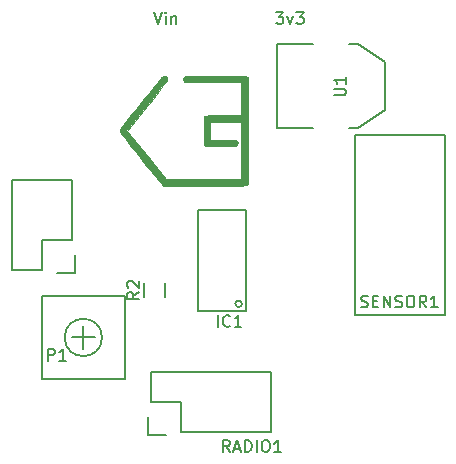
<source format=gto>
G04 #@! TF.FileFunction,Legend,Top*
%FSLAX46Y46*%
G04 Gerber Fmt 4.6, Leading zero omitted, Abs format (unit mm)*
G04 Created by KiCad (PCBNEW 4.0.4+e1-6308~48~ubuntu16.04.1-stable) date Tue Dec 13 09:27:16 2016*
%MOMM*%
%LPD*%
G01*
G04 APERTURE LIST*
%ADD10C,0.100000*%
%ADD11C,0.200000*%
%ADD12C,0.150000*%
%ADD13C,0.010000*%
G04 APERTURE END LIST*
D10*
D11*
X183476191Y-99452381D02*
X183809524Y-100452381D01*
X184142858Y-99452381D01*
X184476191Y-100452381D02*
X184476191Y-99785714D01*
X184476191Y-99452381D02*
X184428572Y-99500000D01*
X184476191Y-99547619D01*
X184523810Y-99500000D01*
X184476191Y-99452381D01*
X184476191Y-99547619D01*
X184952381Y-99785714D02*
X184952381Y-100452381D01*
X184952381Y-99880952D02*
X185000000Y-99833333D01*
X185095238Y-99785714D01*
X185238096Y-99785714D01*
X185333334Y-99833333D01*
X185380953Y-99928571D01*
X185380953Y-100452381D01*
X193809524Y-99452381D02*
X194428572Y-99452381D01*
X194095238Y-99833333D01*
X194238096Y-99833333D01*
X194333334Y-99880952D01*
X194380953Y-99928571D01*
X194428572Y-100023810D01*
X194428572Y-100261905D01*
X194380953Y-100357143D01*
X194333334Y-100404762D01*
X194238096Y-100452381D01*
X193952381Y-100452381D01*
X193857143Y-100404762D01*
X193809524Y-100357143D01*
X194761905Y-99785714D02*
X195000000Y-100452381D01*
X195238096Y-99785714D01*
X195523810Y-99452381D02*
X196142858Y-99452381D01*
X195809524Y-99833333D01*
X195952382Y-99833333D01*
X196047620Y-99880952D01*
X196095239Y-99928571D01*
X196142858Y-100023810D01*
X196142858Y-100261905D01*
X196095239Y-100357143D01*
X196047620Y-100404762D01*
X195952382Y-100452381D01*
X195666667Y-100452381D01*
X195571429Y-100404762D01*
X195523810Y-100357143D01*
D12*
X182625000Y-123600000D02*
X182625000Y-122400000D01*
X184375000Y-122400000D02*
X184375000Y-123600000D01*
X196976000Y-102194000D02*
X193928000Y-102194000D01*
X193928000Y-102194000D02*
X193928000Y-109306000D01*
X193928000Y-109306000D02*
X196976000Y-109306000D01*
X200024000Y-102194000D02*
X200786000Y-102194000D01*
X200786000Y-102194000D02*
X203072000Y-103718000D01*
X203072000Y-103718000D02*
X203072000Y-107782000D01*
X203072000Y-107782000D02*
X200786000Y-109306000D01*
X200786000Y-109306000D02*
X200024000Y-109306000D01*
D13*
G36*
X180587223Y-109464300D02*
X180607328Y-109414888D01*
X180645304Y-109346899D01*
X180704807Y-109255468D01*
X180789492Y-109135729D01*
X180903015Y-108982816D01*
X181049032Y-108791865D01*
X181231197Y-108558010D01*
X181453168Y-108276386D01*
X181718599Y-107942126D01*
X182031146Y-107550367D01*
X182279350Y-107240030D01*
X182578240Y-106867221D01*
X182864795Y-106511011D01*
X183134104Y-106177424D01*
X183381257Y-105872488D01*
X183601345Y-105602228D01*
X183789456Y-105372669D01*
X183940680Y-105189838D01*
X184050108Y-105059760D01*
X184112828Y-104988461D01*
X184120228Y-104980916D01*
X184253026Y-104877479D01*
X184368161Y-104848970D01*
X184482253Y-104892904D01*
X184520283Y-104921066D01*
X184562538Y-104956791D01*
X184594911Y-104992578D01*
X184614168Y-105033374D01*
X184617077Y-105084128D01*
X184600403Y-105149788D01*
X184560913Y-105235302D01*
X184495372Y-105345618D01*
X184400548Y-105485684D01*
X184273205Y-105660448D01*
X184110111Y-105874857D01*
X183908032Y-106133861D01*
X183663734Y-106442407D01*
X183373983Y-106805442D01*
X183035545Y-107227916D01*
X182911759Y-107382300D01*
X181214838Y-109498548D01*
X182856002Y-111551741D01*
X184497167Y-113604934D01*
X187682750Y-113605634D01*
X190868334Y-113606333D01*
X190868334Y-108738000D01*
X188243667Y-108738000D01*
X188243667Y-110262000D01*
X189341933Y-110262000D01*
X189674905Y-110262175D01*
X189933391Y-110263250D01*
X190127572Y-110266047D01*
X190267630Y-110271389D01*
X190363744Y-110280098D01*
X190426097Y-110292998D01*
X190464868Y-110310911D01*
X190490239Y-110334661D01*
X190506100Y-110356086D01*
X190566582Y-110500505D01*
X190542962Y-110638445D01*
X190485684Y-110719684D01*
X190458923Y-110746121D01*
X190427109Y-110766980D01*
X190380653Y-110782924D01*
X190309965Y-110794611D01*
X190205454Y-110802703D01*
X190057532Y-110807860D01*
X189856608Y-110810742D01*
X189593092Y-110812011D01*
X189257394Y-110812326D01*
X189140437Y-110812333D01*
X188771800Y-110811778D01*
X188478551Y-110809813D01*
X188251416Y-110805985D01*
X188081121Y-110799843D01*
X187958393Y-110790936D01*
X187873958Y-110778811D01*
X187818542Y-110763016D01*
X187787420Y-110746433D01*
X187759805Y-110725234D01*
X187738203Y-110698360D01*
X187721876Y-110656031D01*
X187710084Y-110588469D01*
X187702090Y-110485894D01*
X187697157Y-110338529D01*
X187694545Y-110136595D01*
X187693517Y-109870313D01*
X187693334Y-109529905D01*
X187693334Y-109500000D01*
X187693481Y-109153408D01*
X187694417Y-108881705D01*
X187696879Y-108675111D01*
X187701606Y-108523847D01*
X187709335Y-108418136D01*
X187720804Y-108348198D01*
X187736752Y-108304255D01*
X187757917Y-108276528D01*
X187785036Y-108255239D01*
X187787420Y-108253567D01*
X187822515Y-108235798D01*
X187877464Y-108221460D01*
X187960723Y-108210204D01*
X188080745Y-108201677D01*
X188245985Y-108195529D01*
X188464897Y-108191409D01*
X188745935Y-108188965D01*
X189097555Y-108187848D01*
X189374920Y-108187666D01*
X190868334Y-108187666D01*
X190868334Y-105393666D01*
X188479524Y-105393666D01*
X187964154Y-105393461D01*
X187526923Y-105392727D01*
X187161306Y-105391288D01*
X186860776Y-105388966D01*
X186618806Y-105385586D01*
X186428871Y-105380969D01*
X186284444Y-105374940D01*
X186178998Y-105367322D01*
X186106008Y-105357937D01*
X186058947Y-105346608D01*
X186031288Y-105333160D01*
X186024191Y-105327143D01*
X185954770Y-105204533D01*
X185955757Y-105066095D01*
X186025400Y-104940285D01*
X186049421Y-104917416D01*
X186072109Y-104902005D01*
X186105486Y-104888881D01*
X186156031Y-104877862D01*
X186230225Y-104868766D01*
X186334547Y-104861411D01*
X186475477Y-104855614D01*
X186659494Y-104851193D01*
X186893079Y-104847966D01*
X187182712Y-104845751D01*
X187534872Y-104844366D01*
X187956039Y-104843627D01*
X188452692Y-104843353D01*
X188683437Y-104843333D01*
X189218180Y-104843537D01*
X189674618Y-104844255D01*
X190059110Y-104845645D01*
X190378016Y-104847865D01*
X190637698Y-104851076D01*
X190844515Y-104855435D01*
X191004828Y-104861101D01*
X191124997Y-104868233D01*
X191211381Y-104876990D01*
X191270342Y-104887529D01*
X191308240Y-104900011D01*
X191324581Y-104909234D01*
X191418667Y-104975134D01*
X191418667Y-114024866D01*
X191324581Y-114090766D01*
X191300357Y-114102693D01*
X191260394Y-114113112D01*
X191199292Y-114122122D01*
X191111652Y-114129821D01*
X190992077Y-114136311D01*
X190835166Y-114141690D01*
X190635522Y-114146057D01*
X190387745Y-114149512D01*
X190086438Y-114152155D01*
X189726200Y-114154084D01*
X189301634Y-114155400D01*
X188807341Y-114156202D01*
X188237922Y-114156589D01*
X187746792Y-114156666D01*
X184263090Y-114156666D01*
X184120228Y-114019083D01*
X184069136Y-113962396D01*
X183970188Y-113845520D01*
X183828295Y-113674482D01*
X183648369Y-113455309D01*
X183435317Y-113194024D01*
X183194052Y-112896655D01*
X182929483Y-112569227D01*
X182646520Y-112217767D01*
X182350074Y-111848299D01*
X182279350Y-111759970D01*
X181931725Y-111325162D01*
X181633770Y-110951253D01*
X181381828Y-110633376D01*
X181172245Y-110366668D01*
X181001364Y-110146262D01*
X180865530Y-109967293D01*
X180761087Y-109824896D01*
X180684380Y-109714204D01*
X180631753Y-109630354D01*
X180599551Y-109568479D01*
X180584117Y-109523714D01*
X180581334Y-109500000D01*
X180587223Y-109464300D01*
X180587223Y-109464300D01*
G37*
X180587223Y-109464300D02*
X180607328Y-109414888D01*
X180645304Y-109346899D01*
X180704807Y-109255468D01*
X180789492Y-109135729D01*
X180903015Y-108982816D01*
X181049032Y-108791865D01*
X181231197Y-108558010D01*
X181453168Y-108276386D01*
X181718599Y-107942126D01*
X182031146Y-107550367D01*
X182279350Y-107240030D01*
X182578240Y-106867221D01*
X182864795Y-106511011D01*
X183134104Y-106177424D01*
X183381257Y-105872488D01*
X183601345Y-105602228D01*
X183789456Y-105372669D01*
X183940680Y-105189838D01*
X184050108Y-105059760D01*
X184112828Y-104988461D01*
X184120228Y-104980916D01*
X184253026Y-104877479D01*
X184368161Y-104848970D01*
X184482253Y-104892904D01*
X184520283Y-104921066D01*
X184562538Y-104956791D01*
X184594911Y-104992578D01*
X184614168Y-105033374D01*
X184617077Y-105084128D01*
X184600403Y-105149788D01*
X184560913Y-105235302D01*
X184495372Y-105345618D01*
X184400548Y-105485684D01*
X184273205Y-105660448D01*
X184110111Y-105874857D01*
X183908032Y-106133861D01*
X183663734Y-106442407D01*
X183373983Y-106805442D01*
X183035545Y-107227916D01*
X182911759Y-107382300D01*
X181214838Y-109498548D01*
X182856002Y-111551741D01*
X184497167Y-113604934D01*
X187682750Y-113605634D01*
X190868334Y-113606333D01*
X190868334Y-108738000D01*
X188243667Y-108738000D01*
X188243667Y-110262000D01*
X189341933Y-110262000D01*
X189674905Y-110262175D01*
X189933391Y-110263250D01*
X190127572Y-110266047D01*
X190267630Y-110271389D01*
X190363744Y-110280098D01*
X190426097Y-110292998D01*
X190464868Y-110310911D01*
X190490239Y-110334661D01*
X190506100Y-110356086D01*
X190566582Y-110500505D01*
X190542962Y-110638445D01*
X190485684Y-110719684D01*
X190458923Y-110746121D01*
X190427109Y-110766980D01*
X190380653Y-110782924D01*
X190309965Y-110794611D01*
X190205454Y-110802703D01*
X190057532Y-110807860D01*
X189856608Y-110810742D01*
X189593092Y-110812011D01*
X189257394Y-110812326D01*
X189140437Y-110812333D01*
X188771800Y-110811778D01*
X188478551Y-110809813D01*
X188251416Y-110805985D01*
X188081121Y-110799843D01*
X187958393Y-110790936D01*
X187873958Y-110778811D01*
X187818542Y-110763016D01*
X187787420Y-110746433D01*
X187759805Y-110725234D01*
X187738203Y-110698360D01*
X187721876Y-110656031D01*
X187710084Y-110588469D01*
X187702090Y-110485894D01*
X187697157Y-110338529D01*
X187694545Y-110136595D01*
X187693517Y-109870313D01*
X187693334Y-109529905D01*
X187693334Y-109500000D01*
X187693481Y-109153408D01*
X187694417Y-108881705D01*
X187696879Y-108675111D01*
X187701606Y-108523847D01*
X187709335Y-108418136D01*
X187720804Y-108348198D01*
X187736752Y-108304255D01*
X187757917Y-108276528D01*
X187785036Y-108255239D01*
X187787420Y-108253567D01*
X187822515Y-108235798D01*
X187877464Y-108221460D01*
X187960723Y-108210204D01*
X188080745Y-108201677D01*
X188245985Y-108195529D01*
X188464897Y-108191409D01*
X188745935Y-108188965D01*
X189097555Y-108187848D01*
X189374920Y-108187666D01*
X190868334Y-108187666D01*
X190868334Y-105393666D01*
X188479524Y-105393666D01*
X187964154Y-105393461D01*
X187526923Y-105392727D01*
X187161306Y-105391288D01*
X186860776Y-105388966D01*
X186618806Y-105385586D01*
X186428871Y-105380969D01*
X186284444Y-105374940D01*
X186178998Y-105367322D01*
X186106008Y-105357937D01*
X186058947Y-105346608D01*
X186031288Y-105333160D01*
X186024191Y-105327143D01*
X185954770Y-105204533D01*
X185955757Y-105066095D01*
X186025400Y-104940285D01*
X186049421Y-104917416D01*
X186072109Y-104902005D01*
X186105486Y-104888881D01*
X186156031Y-104877862D01*
X186230225Y-104868766D01*
X186334547Y-104861411D01*
X186475477Y-104855614D01*
X186659494Y-104851193D01*
X186893079Y-104847966D01*
X187182712Y-104845751D01*
X187534872Y-104844366D01*
X187956039Y-104843627D01*
X188452692Y-104843353D01*
X188683437Y-104843333D01*
X189218180Y-104843537D01*
X189674618Y-104844255D01*
X190059110Y-104845645D01*
X190378016Y-104847865D01*
X190637698Y-104851076D01*
X190844515Y-104855435D01*
X191004828Y-104861101D01*
X191124997Y-104868233D01*
X191211381Y-104876990D01*
X191270342Y-104887529D01*
X191308240Y-104900011D01*
X191324581Y-104909234D01*
X191418667Y-104975134D01*
X191418667Y-114024866D01*
X191324581Y-114090766D01*
X191300357Y-114102693D01*
X191260394Y-114113112D01*
X191199292Y-114122122D01*
X191111652Y-114129821D01*
X190992077Y-114136311D01*
X190835166Y-114141690D01*
X190635522Y-114146057D01*
X190387745Y-114149512D01*
X190086438Y-114152155D01*
X189726200Y-114154084D01*
X189301634Y-114155400D01*
X188807341Y-114156202D01*
X188237922Y-114156589D01*
X187746792Y-114156666D01*
X184263090Y-114156666D01*
X184120228Y-114019083D01*
X184069136Y-113962396D01*
X183970188Y-113845520D01*
X183828295Y-113674482D01*
X183648369Y-113455309D01*
X183435317Y-113194024D01*
X183194052Y-112896655D01*
X182929483Y-112569227D01*
X182646520Y-112217767D01*
X182350074Y-111848299D01*
X182279350Y-111759970D01*
X181931725Y-111325162D01*
X181633770Y-110951253D01*
X181381828Y-110633376D01*
X181172245Y-110366668D01*
X181001364Y-110146262D01*
X180865530Y-109967293D01*
X180761087Y-109824896D01*
X180684380Y-109714204D01*
X180631753Y-109630354D01*
X180599551Y-109568479D01*
X180584117Y-109523714D01*
X180581334Y-109500000D01*
X180587223Y-109464300D01*
D12*
X188250000Y-124750000D02*
X187250000Y-124750000D01*
X188250000Y-116250000D02*
X187250000Y-116250000D01*
X191250000Y-116750000D02*
X191250000Y-116250000D01*
X191250000Y-116250000D02*
X188250000Y-116250000D01*
X187250000Y-116250000D02*
X187250000Y-116750000D01*
X187250000Y-124250000D02*
X187250000Y-124750000D01*
X188250000Y-124750000D02*
X191250000Y-124750000D01*
X191250000Y-124750000D02*
X191250000Y-124250000D01*
X190932843Y-124150000D02*
G75*
G03X190932843Y-124150000I-282843J0D01*
G01*
X187250000Y-124250000D02*
X187250000Y-116650000D01*
X191250000Y-116650000D02*
X191250000Y-124250000D01*
X176520000Y-118730000D02*
X176520000Y-113650000D01*
X176800000Y-121550000D02*
X175250000Y-121550000D01*
X173980000Y-121270000D02*
X173980000Y-118730000D01*
X173980000Y-118730000D02*
X176520000Y-118730000D01*
X176520000Y-113650000D02*
X171440000Y-113650000D01*
X171440000Y-113650000D02*
X171440000Y-118730000D01*
X176800000Y-121550000D02*
X176800000Y-120000000D01*
X171440000Y-121270000D02*
X173980000Y-121270000D01*
X171440000Y-118730000D02*
X171440000Y-121270000D01*
X185770000Y-135020000D02*
X193390000Y-135020000D01*
X193390000Y-135020000D02*
X193390000Y-129940000D01*
X193390000Y-129940000D02*
X183230000Y-129940000D01*
X183230000Y-129940000D02*
X183230000Y-132480000D01*
X182950000Y-133750000D02*
X182950000Y-135300000D01*
X183230000Y-132480000D02*
X185770000Y-132480000D01*
X185770000Y-132480000D02*
X185770000Y-135020000D01*
X182950000Y-135300000D02*
X184500000Y-135300000D01*
X177500000Y-126000000D02*
X177500000Y-128000000D01*
X176500000Y-127000000D02*
X178500000Y-127000000D01*
X179081139Y-127000000D02*
G75*
G03X179081139Y-127000000I-1581139J0D01*
G01*
X174000000Y-127000000D02*
X174000000Y-123500000D01*
X174000000Y-123500000D02*
X181000000Y-123500000D01*
X181000000Y-123500000D02*
X181000000Y-130500000D01*
X181000000Y-130500000D02*
X174000000Y-130500000D01*
X174000000Y-130500000D02*
X174000000Y-127000000D01*
X204270000Y-125060000D02*
X200460000Y-125060000D01*
X200460000Y-125060000D02*
X200460000Y-109820000D01*
X200460000Y-109820000D02*
X208080000Y-109820000D01*
X208080000Y-109820000D02*
X208080000Y-125060000D01*
X208080000Y-125060000D02*
X204270000Y-125060000D01*
X182202381Y-123166666D02*
X181726190Y-123500000D01*
X182202381Y-123738095D02*
X181202381Y-123738095D01*
X181202381Y-123357142D01*
X181250000Y-123261904D01*
X181297619Y-123214285D01*
X181392857Y-123166666D01*
X181535714Y-123166666D01*
X181630952Y-123214285D01*
X181678571Y-123261904D01*
X181726190Y-123357142D01*
X181726190Y-123738095D01*
X181297619Y-122785714D02*
X181250000Y-122738095D01*
X181202381Y-122642857D01*
X181202381Y-122404761D01*
X181250000Y-122309523D01*
X181297619Y-122261904D01*
X181392857Y-122214285D01*
X181488095Y-122214285D01*
X181630952Y-122261904D01*
X182202381Y-122833333D01*
X182202381Y-122214285D01*
X198714381Y-106511905D02*
X199523905Y-106511905D01*
X199619143Y-106464286D01*
X199666762Y-106416667D01*
X199714381Y-106321429D01*
X199714381Y-106130952D01*
X199666762Y-106035714D01*
X199619143Y-105988095D01*
X199523905Y-105940476D01*
X198714381Y-105940476D01*
X199714381Y-104940476D02*
X199714381Y-105511905D01*
X199714381Y-105226191D02*
X198714381Y-105226191D01*
X198857238Y-105321429D01*
X198952476Y-105416667D01*
X199000095Y-105511905D01*
X188873810Y-126102381D02*
X188873810Y-125102381D01*
X189921429Y-126007143D02*
X189873810Y-126054762D01*
X189730953Y-126102381D01*
X189635715Y-126102381D01*
X189492857Y-126054762D01*
X189397619Y-125959524D01*
X189350000Y-125864286D01*
X189302381Y-125673810D01*
X189302381Y-125530952D01*
X189350000Y-125340476D01*
X189397619Y-125245238D01*
X189492857Y-125150000D01*
X189635715Y-125102381D01*
X189730953Y-125102381D01*
X189873810Y-125150000D01*
X189921429Y-125197619D01*
X190873810Y-126102381D02*
X190302381Y-126102381D01*
X190588095Y-126102381D02*
X190588095Y-125102381D01*
X190492857Y-125245238D01*
X190397619Y-125340476D01*
X190302381Y-125388095D01*
X174511905Y-128952381D02*
X174511905Y-127952381D01*
X174892858Y-127952381D01*
X174988096Y-128000000D01*
X175035715Y-128047619D01*
X175083334Y-128142857D01*
X175083334Y-128285714D01*
X175035715Y-128380952D01*
X174988096Y-128428571D01*
X174892858Y-128476190D01*
X174511905Y-128476190D01*
X176035715Y-128952381D02*
X175464286Y-128952381D01*
X175750000Y-128952381D02*
X175750000Y-127952381D01*
X175654762Y-128095238D01*
X175559524Y-128190476D01*
X175464286Y-128238095D01*
X189892858Y-136702381D02*
X189559524Y-136226190D01*
X189321429Y-136702381D02*
X189321429Y-135702381D01*
X189702382Y-135702381D01*
X189797620Y-135750000D01*
X189845239Y-135797619D01*
X189892858Y-135892857D01*
X189892858Y-136035714D01*
X189845239Y-136130952D01*
X189797620Y-136178571D01*
X189702382Y-136226190D01*
X189321429Y-136226190D01*
X190273810Y-136416667D02*
X190750001Y-136416667D01*
X190178572Y-136702381D02*
X190511905Y-135702381D01*
X190845239Y-136702381D01*
X191178572Y-136702381D02*
X191178572Y-135702381D01*
X191416667Y-135702381D01*
X191559525Y-135750000D01*
X191654763Y-135845238D01*
X191702382Y-135940476D01*
X191750001Y-136130952D01*
X191750001Y-136273810D01*
X191702382Y-136464286D01*
X191654763Y-136559524D01*
X191559525Y-136654762D01*
X191416667Y-136702381D01*
X191178572Y-136702381D01*
X192178572Y-136702381D02*
X192178572Y-135702381D01*
X192845238Y-135702381D02*
X193035715Y-135702381D01*
X193130953Y-135750000D01*
X193226191Y-135845238D01*
X193273810Y-136035714D01*
X193273810Y-136369048D01*
X193226191Y-136559524D01*
X193130953Y-136654762D01*
X193035715Y-136702381D01*
X192845238Y-136702381D01*
X192750000Y-136654762D01*
X192654762Y-136559524D01*
X192607143Y-136369048D01*
X192607143Y-136035714D01*
X192654762Y-135845238D01*
X192750000Y-135750000D01*
X192845238Y-135702381D01*
X194226191Y-136702381D02*
X193654762Y-136702381D01*
X193940476Y-136702381D02*
X193940476Y-135702381D01*
X193845238Y-135845238D01*
X193750000Y-135940476D01*
X193654762Y-135988095D01*
X201011905Y-124404762D02*
X201154762Y-124452381D01*
X201392858Y-124452381D01*
X201488096Y-124404762D01*
X201535715Y-124357143D01*
X201583334Y-124261905D01*
X201583334Y-124166667D01*
X201535715Y-124071429D01*
X201488096Y-124023810D01*
X201392858Y-123976190D01*
X201202381Y-123928571D01*
X201107143Y-123880952D01*
X201059524Y-123833333D01*
X201011905Y-123738095D01*
X201011905Y-123642857D01*
X201059524Y-123547619D01*
X201107143Y-123500000D01*
X201202381Y-123452381D01*
X201440477Y-123452381D01*
X201583334Y-123500000D01*
X202011905Y-123928571D02*
X202345239Y-123928571D01*
X202488096Y-124452381D02*
X202011905Y-124452381D01*
X202011905Y-123452381D01*
X202488096Y-123452381D01*
X202916667Y-124452381D02*
X202916667Y-123452381D01*
X203488096Y-124452381D01*
X203488096Y-123452381D01*
X203916667Y-124404762D02*
X204059524Y-124452381D01*
X204297620Y-124452381D01*
X204392858Y-124404762D01*
X204440477Y-124357143D01*
X204488096Y-124261905D01*
X204488096Y-124166667D01*
X204440477Y-124071429D01*
X204392858Y-124023810D01*
X204297620Y-123976190D01*
X204107143Y-123928571D01*
X204011905Y-123880952D01*
X203964286Y-123833333D01*
X203916667Y-123738095D01*
X203916667Y-123642857D01*
X203964286Y-123547619D01*
X204011905Y-123500000D01*
X204107143Y-123452381D01*
X204345239Y-123452381D01*
X204488096Y-123500000D01*
X205107143Y-123452381D02*
X205297620Y-123452381D01*
X205392858Y-123500000D01*
X205488096Y-123595238D01*
X205535715Y-123785714D01*
X205535715Y-124119048D01*
X205488096Y-124309524D01*
X205392858Y-124404762D01*
X205297620Y-124452381D01*
X205107143Y-124452381D01*
X205011905Y-124404762D01*
X204916667Y-124309524D01*
X204869048Y-124119048D01*
X204869048Y-123785714D01*
X204916667Y-123595238D01*
X205011905Y-123500000D01*
X205107143Y-123452381D01*
X206535715Y-124452381D02*
X206202381Y-123976190D01*
X205964286Y-124452381D02*
X205964286Y-123452381D01*
X206345239Y-123452381D01*
X206440477Y-123500000D01*
X206488096Y-123547619D01*
X206535715Y-123642857D01*
X206535715Y-123785714D01*
X206488096Y-123880952D01*
X206440477Y-123928571D01*
X206345239Y-123976190D01*
X205964286Y-123976190D01*
X207488096Y-124452381D02*
X206916667Y-124452381D01*
X207202381Y-124452381D02*
X207202381Y-123452381D01*
X207107143Y-123595238D01*
X207011905Y-123690476D01*
X206916667Y-123738095D01*
M02*

</source>
